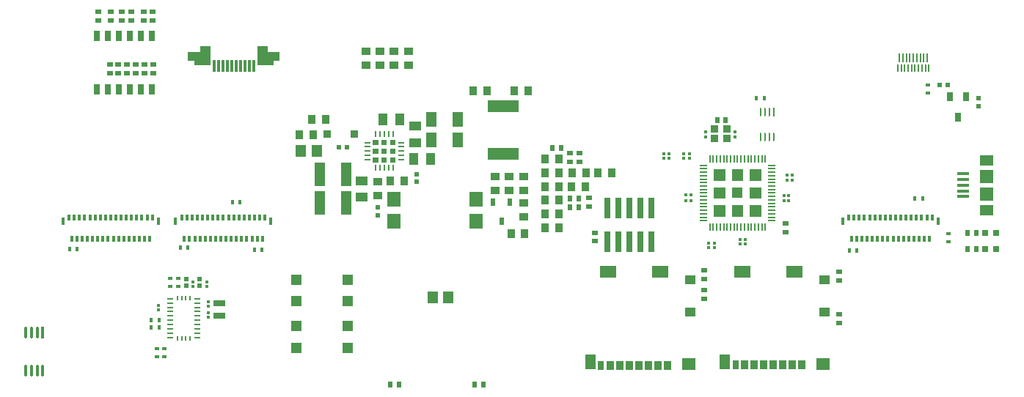
<source format=gtp>
G04*
G04 #@! TF.GenerationSoftware,Altium Limited,Altium Designer,22.10.1 (41)*
G04*
G04 Layer_Color=8421504*
%FSLAX44Y44*%
%MOMM*%
G71*
G04*
G04 #@! TF.SameCoordinates,928D53FB-E6BB-4B63-96BA-E5CEFA686ED6*
G04*
G04*
G04 #@! TF.FilePolarity,Positive*
G04*
G01*
G75*
%ADD18R,1.5093X0.1093*%
%ADD19R,2.6500X1.1000*%
%ADD20R,1.9500X1.6000*%
%ADD21R,1.2500X2.3000*%
%ADD22R,0.2425X1.0111*%
G04:AMPARAMS|DCode=23|XSize=1.0111mm|YSize=0.2425mm|CornerRadius=0.1212mm|HoleSize=0mm|Usage=FLASHONLY|Rotation=270.000|XOffset=0mm|YOffset=0mm|HoleType=Round|Shape=RoundedRectangle|*
%AMROUNDEDRECTD23*
21,1,1.0111,0.0000,0,0,270.0*
21,1,0.7686,0.2425,0,0,270.0*
1,1,0.2425,0.0000,-0.3843*
1,1,0.2425,0.0000,0.3843*
1,1,0.2425,0.0000,0.3843*
1,1,0.2425,0.0000,-0.3843*
%
%ADD23ROUNDEDRECTD23*%
G04:AMPARAMS|DCode=24|XSize=0.8mm|YSize=0.9mm|CornerRadius=0.08mm|HoleSize=0mm|Usage=FLASHONLY|Rotation=90.000|XOffset=0mm|YOffset=0mm|HoleType=Round|Shape=RoundedRectangle|*
%AMROUNDEDRECTD24*
21,1,0.8000,0.7400,0,0,90.0*
21,1,0.6400,0.9000,0,0,90.0*
1,1,0.1600,0.3700,0.3200*
1,1,0.1600,0.3700,-0.3200*
1,1,0.1600,-0.3700,-0.3200*
1,1,0.1600,-0.3700,0.3200*
%
%ADD24ROUNDEDRECTD24*%
G04:AMPARAMS|DCode=25|XSize=0.81mm|YSize=0.22mm|CornerRadius=0.0275mm|HoleSize=0mm|Usage=FLASHONLY|Rotation=270.000|XOffset=0mm|YOffset=0mm|HoleType=Round|Shape=RoundedRectangle|*
%AMROUNDEDRECTD25*
21,1,0.8100,0.1650,0,0,270.0*
21,1,0.7550,0.2200,0,0,270.0*
1,1,0.0550,-0.0825,-0.3775*
1,1,0.0550,-0.0825,0.3775*
1,1,0.0550,0.0825,0.3775*
1,1,0.0550,0.0825,-0.3775*
%
%ADD25ROUNDEDRECTD25*%
G04:AMPARAMS|DCode=26|XSize=0.81mm|YSize=0.22mm|CornerRadius=0.0275mm|HoleSize=0mm|Usage=FLASHONLY|Rotation=180.000|XOffset=0mm|YOffset=0mm|HoleType=Round|Shape=RoundedRectangle|*
%AMROUNDEDRECTD26*
21,1,0.8100,0.1650,0,0,180.0*
21,1,0.7550,0.2200,0,0,180.0*
1,1,0.0550,-0.3775,0.0825*
1,1,0.0550,0.3775,0.0825*
1,1,0.0550,0.3775,-0.0825*
1,1,0.0550,-0.3775,-0.0825*
%
%ADD26ROUNDEDRECTD26*%
%ADD27R,1.3000X1.3000*%
%ADD28R,1.4000X0.7500*%
%ADD29R,0.3500X1.4000*%
%ADD30O,0.3500X1.4000*%
%ADD31R,1.5500X1.3500*%
%ADD32R,1.1700X1.8000*%
%ADD33R,1.9000X1.3500*%
%ADD34R,1.2000X1.0000*%
%ADD35R,0.8500X1.1000*%
%ADD36R,0.8750X1.1000*%
%ADD37R,0.7500X1.1000*%
%ADD38R,0.6500X0.5500*%
%ADD39R,0.3200X0.3600*%
%ADD40R,1.0000X0.9000*%
%ADD41R,0.4500X0.5500*%
%ADD42R,1.0000X1.0000*%
%ADD43R,0.3050X1.4050*%
%ADD44R,0.4000X0.9500*%
%ADD45R,0.3000X0.6500*%
%ADD46R,0.5500X0.4500*%
%ADD47R,0.5200X0.5200*%
%ADD48R,0.2500X0.5750*%
%ADD49R,0.6750X0.2500*%
%ADD50R,0.9000X1.0000*%
%ADD51R,0.5500X0.6500*%
%ADD52R,0.6200X0.6200*%
%ADD53R,0.6200X0.6200*%
%ADD54R,1.1500X1.8000*%
G04:AMPARAMS|DCode=55|XSize=0.55mm|YSize=0.8mm|CornerRadius=0.0495mm|HoleSize=0mm|Usage=FLASHONLY|Rotation=0.000|XOffset=0mm|YOffset=0mm|HoleType=Round|Shape=RoundedRectangle|*
%AMROUNDEDRECTD55*
21,1,0.5500,0.7010,0,0,0.0*
21,1,0.4510,0.8000,0,0,0.0*
1,1,0.0990,0.2255,-0.3505*
1,1,0.0990,-0.2255,-0.3505*
1,1,0.0990,-0.2255,0.3505*
1,1,0.0990,0.2255,0.3505*
%
%ADD55ROUNDEDRECTD55*%
%ADD56R,0.2300X0.8500*%
%ADD57R,0.2300X1.0000*%
%ADD58R,0.8000X1.0000*%
%ADD59R,1.1500X1.4500*%
%ADD60R,1.5500X1.5000*%
%ADD61R,1.3500X0.4000*%
%ADD62R,0.7600X2.4000*%
%ADD63R,0.8000X0.8000*%
%ADD64R,1.2000X1.2000*%
%ADD65R,0.3600X0.3200*%
%ADD66R,0.7600X1.2500*%
%ADD67R,1.5200X1.7800*%
%ADD68R,0.2500X0.7000*%
%ADD69R,0.7000X0.2500*%
%ADD70R,0.9000X0.9500*%
%ADD71R,1.1500X2.7000*%
%ADD72R,1.0500X1.4000*%
%ADD73R,3.5600X1.4000*%
%ADD74R,1.4000X1.0500*%
%ADD75R,1.5500X1.2000*%
%ADD76R,1.5500X1.2000*%
G36*
X438852Y297788D02*
X432852D01*
Y303788D01*
X438852D01*
Y297788D01*
D02*
G37*
G36*
X428852D02*
X422852D01*
Y303788D01*
X428852D01*
Y297788D01*
D02*
G37*
G36*
X418852D02*
X412852D01*
Y303788D01*
X418852D01*
Y297788D01*
D02*
G37*
G36*
X438852Y287788D02*
X432852D01*
Y293788D01*
X438852D01*
Y287788D01*
D02*
G37*
G36*
X428852D02*
X422852D01*
Y293788D01*
X428852D01*
Y287788D01*
D02*
G37*
G36*
X418852D02*
X412852D01*
Y293788D01*
X418852D01*
Y287788D01*
D02*
G37*
G36*
X438852Y277788D02*
X432852D01*
Y283788D01*
X438852D01*
Y277788D01*
D02*
G37*
G36*
X428852D02*
X422852D01*
Y283788D01*
X428852D01*
Y277788D01*
D02*
G37*
G36*
X418852D02*
X412852D01*
Y283788D01*
X418852D01*
Y277788D01*
D02*
G37*
G36*
X860776Y256731D02*
X847776D01*
Y269731D01*
X860776D01*
Y256731D01*
D02*
G37*
G36*
X840076D02*
X827076D01*
Y269731D01*
X840076D01*
Y256731D01*
D02*
G37*
G36*
X819376D02*
X806376D01*
Y269731D01*
X819376D01*
Y256731D01*
D02*
G37*
G36*
X860776Y236031D02*
X847776D01*
Y249031D01*
X860776D01*
Y236031D01*
D02*
G37*
G36*
X819376D02*
X806376D01*
Y249031D01*
X819376D01*
Y236031D01*
D02*
G37*
G36*
X860776Y215331D02*
X847776D01*
Y228331D01*
X860776D01*
Y215331D01*
D02*
G37*
G36*
X840076D02*
X827076D01*
Y228331D01*
X840076D01*
Y215331D01*
D02*
G37*
G36*
X819376D02*
X806376D01*
Y228331D01*
X819376D01*
Y215331D01*
D02*
G37*
D18*
X867918Y321564D02*
D03*
D19*
X212137Y400458D02*
D03*
X292636Y400458D02*
D03*
D20*
X215637Y397958D02*
D03*
X289136Y397958D02*
D03*
D21*
X219137Y401458D02*
D03*
X285637D02*
D03*
D22*
X875418Y336069D02*
D03*
D23*
X870418D02*
D03*
X865418D02*
D03*
X860418D02*
D03*
Y307059D02*
D03*
X865418D02*
D03*
X870418D02*
D03*
X875418D02*
D03*
D24*
X807000Y316500D02*
D03*
X821000D02*
D03*
Y305500D02*
D03*
X807000D02*
D03*
D25*
X865626Y281981D02*
D03*
X861626D02*
D03*
X857626D02*
D03*
X853626D02*
D03*
X849626D02*
D03*
X845626D02*
D03*
X841626D02*
D03*
X837626D02*
D03*
X833626D02*
D03*
X829626D02*
D03*
X825626D02*
D03*
X821626D02*
D03*
X817626D02*
D03*
X813626D02*
D03*
X809626D02*
D03*
X805626D02*
D03*
X801626D02*
D03*
Y202981D02*
D03*
X805626D02*
D03*
X809626D02*
D03*
X813626D02*
D03*
X817626D02*
D03*
X821626D02*
D03*
X825626D02*
D03*
X829626D02*
D03*
X833626D02*
D03*
X837626D02*
D03*
X841626D02*
D03*
X845626D02*
D03*
X849626D02*
D03*
X853626D02*
D03*
X857626D02*
D03*
X861626D02*
D03*
X865626D02*
D03*
D26*
X873126Y210481D02*
D03*
Y214481D02*
D03*
Y218481D02*
D03*
Y222481D02*
D03*
Y226481D02*
D03*
Y230481D02*
D03*
Y234481D02*
D03*
Y238481D02*
D03*
Y242481D02*
D03*
Y246481D02*
D03*
Y250481D02*
D03*
Y254481D02*
D03*
Y258481D02*
D03*
Y262481D02*
D03*
Y266481D02*
D03*
Y270481D02*
D03*
Y274481D02*
D03*
X794126D02*
D03*
Y270481D02*
D03*
Y266481D02*
D03*
Y262481D02*
D03*
Y258481D02*
D03*
Y254481D02*
D03*
Y250481D02*
D03*
Y246481D02*
D03*
Y242481D02*
D03*
Y238481D02*
D03*
Y234481D02*
D03*
Y230481D02*
D03*
Y226481D02*
D03*
Y222481D02*
D03*
Y218481D02*
D03*
Y214481D02*
D03*
Y210481D02*
D03*
D27*
X833626Y242481D02*
D03*
D28*
X235750Y115050D02*
D03*
Y100450D02*
D03*
D29*
X31750Y81500D02*
D03*
D30*
X25250D02*
D03*
X18750D02*
D03*
X12250D02*
D03*
X25250Y37500D02*
D03*
X31750D02*
D03*
X18750D02*
D03*
X12250D02*
D03*
D31*
X932475Y44725D02*
D03*
X777194Y44722D02*
D03*
D32*
X819275Y46975D02*
D03*
X663994Y46972D02*
D03*
D33*
X899225Y151725D02*
D03*
X839525D02*
D03*
X684244Y151722D02*
D03*
X743944D02*
D03*
D34*
X934225Y141975D02*
D03*
Y104975D02*
D03*
X778944Y141972D02*
D03*
Y104972D02*
D03*
D35*
X907875Y43475D02*
D03*
X885875D02*
D03*
X874875D02*
D03*
X863875D02*
D03*
X852875D02*
D03*
X841875D02*
D03*
X719594Y43472D02*
D03*
X697594D02*
D03*
X752594D02*
D03*
X730594D02*
D03*
X708594D02*
D03*
X686594D02*
D03*
D36*
X896875Y43475D02*
D03*
X741594Y43472D02*
D03*
D37*
X831375Y43475D02*
D03*
X676094Y43472D02*
D03*
D38*
X950750Y92500D02*
D03*
Y102500D02*
D03*
X951000Y141500D02*
D03*
Y151500D02*
D03*
X662313Y226820D02*
D03*
X95962Y452000D02*
D03*
X110000D02*
D03*
X123000D02*
D03*
X134000D02*
D03*
X148000D02*
D03*
X158700D02*
D03*
X119000Y391000D02*
D03*
X139000D02*
D03*
X149000D02*
D03*
X109000D02*
D03*
X129000D02*
D03*
X159000D02*
D03*
X889200Y197100D02*
D03*
X795250Y153250D02*
D03*
X651256Y278718D02*
D03*
X640334D02*
D03*
X668838Y196633D02*
D03*
X159000Y381000D02*
D03*
X129000D02*
D03*
X109000D02*
D03*
X149000D02*
D03*
X139000D02*
D03*
X119000D02*
D03*
X889200Y207100D02*
D03*
X668838Y186633D02*
D03*
X640334Y288718D02*
D03*
X651256D02*
D03*
X158700Y442000D02*
D03*
X148000D02*
D03*
X134000D02*
D03*
X123000D02*
D03*
X110000D02*
D03*
X95962D02*
D03*
X662313Y236820D02*
D03*
X795250Y143250D02*
D03*
Y130250D02*
D03*
Y120250D02*
D03*
D39*
X222600Y111218D02*
D03*
Y116818D02*
D03*
Y104360D02*
D03*
Y98760D02*
D03*
X165000Y107200D02*
D03*
Y112800D02*
D03*
X205000Y134200D02*
D03*
Y139800D02*
D03*
X221000Y134200D02*
D03*
Y139800D02*
D03*
X748300Y282500D02*
D03*
Y288100D02*
D03*
X754900Y282500D02*
D03*
Y288100D02*
D03*
X797000Y312800D02*
D03*
X831000Y307200D02*
D03*
Y312800D02*
D03*
X797000Y307200D02*
D03*
X842772Y188976D02*
D03*
Y183376D02*
D03*
X836422Y188976D02*
D03*
Y183376D02*
D03*
X771400Y282500D02*
D03*
Y288100D02*
D03*
X777900Y282500D02*
D03*
Y288100D02*
D03*
X891032Y263150D02*
D03*
Y257550D02*
D03*
X897102Y263150D02*
D03*
Y257550D02*
D03*
X806704Y184664D02*
D03*
Y179064D02*
D03*
X800215Y184662D02*
D03*
Y179062D02*
D03*
D40*
X405000Y390000D02*
D03*
Y406000D02*
D03*
X421000Y406000D02*
D03*
Y390000D02*
D03*
X586590Y215028D02*
D03*
X570144Y261762D02*
D03*
Y245762D02*
D03*
X437000Y390000D02*
D03*
Y406000D02*
D03*
X454000Y390000D02*
D03*
Y406000D02*
D03*
X418450Y255550D02*
D03*
Y239550D02*
D03*
X554142Y261762D02*
D03*
Y245762D02*
D03*
X586654Y261762D02*
D03*
Y245762D02*
D03*
X586590Y231028D02*
D03*
D41*
X71500Y178000D02*
D03*
X62500D02*
D03*
X156700Y86900D02*
D03*
X165700D02*
D03*
X156700Y95700D02*
D03*
X165700D02*
D03*
X962500Y176000D02*
D03*
X971500D02*
D03*
X199500Y179000D02*
D03*
X190500D02*
D03*
X1038500Y236000D02*
D03*
X1047500D02*
D03*
X284800Y176600D02*
D03*
X275800D02*
D03*
X250500Y232000D02*
D03*
X259500D02*
D03*
X855293Y352228D02*
D03*
X864293D02*
D03*
D42*
X215227Y398848D02*
D03*
X289377Y398768D02*
D03*
D43*
X229887Y388958D02*
D03*
X234887D02*
D03*
X239887D02*
D03*
X244887D02*
D03*
X249887D02*
D03*
X254887D02*
D03*
X259887D02*
D03*
X264887D02*
D03*
X269887D02*
D03*
X274887D02*
D03*
D03*
D44*
X295122Y210158D02*
D03*
X185122D02*
D03*
X55122D02*
D03*
X165122D02*
D03*
X955122D02*
D03*
X1065122D02*
D03*
D45*
X195197Y189158D02*
D03*
X201197D02*
D03*
X207197D02*
D03*
X213197D02*
D03*
X219197D02*
D03*
X225197D02*
D03*
X231197D02*
D03*
X237197D02*
D03*
X243197D02*
D03*
X249197D02*
D03*
X255197D02*
D03*
X261197D02*
D03*
X267197D02*
D03*
X273197D02*
D03*
X279197D02*
D03*
X192122Y213657D02*
D03*
X198122D02*
D03*
X204122D02*
D03*
X210122D02*
D03*
X216122D02*
D03*
X222122D02*
D03*
X228122D02*
D03*
X234122D02*
D03*
X240122D02*
D03*
X246122D02*
D03*
X252122D02*
D03*
X258122D02*
D03*
X264122D02*
D03*
X270122D02*
D03*
X276122D02*
D03*
X282122D02*
D03*
X285197Y189158D02*
D03*
X288122Y213657D02*
D03*
X158122D02*
D03*
X155197Y189158D02*
D03*
X152122Y213657D02*
D03*
X146122D02*
D03*
X140122D02*
D03*
X134122D02*
D03*
X128122D02*
D03*
X122122D02*
D03*
X116122D02*
D03*
X110122D02*
D03*
X104122D02*
D03*
X98122D02*
D03*
X92122D02*
D03*
X86122D02*
D03*
X80122D02*
D03*
X74122D02*
D03*
X68122D02*
D03*
X62122D02*
D03*
X149197Y189158D02*
D03*
X143197D02*
D03*
X137197D02*
D03*
X131197D02*
D03*
X125197D02*
D03*
X119197D02*
D03*
X113197D02*
D03*
X107197D02*
D03*
X101197D02*
D03*
X95197D02*
D03*
X89197D02*
D03*
X83197D02*
D03*
X77197D02*
D03*
X71197D02*
D03*
X65197D02*
D03*
X1058122Y213657D02*
D03*
X1055197Y189158D02*
D03*
X1052122Y213657D02*
D03*
X1046122D02*
D03*
X1040122D02*
D03*
X1034122D02*
D03*
X1028122D02*
D03*
X1022122D02*
D03*
X1016122D02*
D03*
X1010122D02*
D03*
X1004122D02*
D03*
X998122D02*
D03*
X992122D02*
D03*
X986122D02*
D03*
X980122D02*
D03*
X974122D02*
D03*
X968122D02*
D03*
X962122D02*
D03*
X1049197Y189158D02*
D03*
X1043197D02*
D03*
X1037197D02*
D03*
X1031197D02*
D03*
X1025197D02*
D03*
X1019197D02*
D03*
X1013197D02*
D03*
X1007197D02*
D03*
X1001197D02*
D03*
X995197D02*
D03*
X989197D02*
D03*
X983197D02*
D03*
X977197D02*
D03*
X971197D02*
D03*
X965197D02*
D03*
D46*
X172250Y62250D02*
D03*
Y53250D02*
D03*
X163250Y62250D02*
D03*
Y53250D02*
D03*
X179000Y143500D02*
D03*
Y134500D02*
D03*
X187989Y143500D02*
D03*
Y134500D02*
D03*
X1076750Y186250D02*
D03*
Y195250D02*
D03*
X1053750Y367000D02*
D03*
Y358000D02*
D03*
D47*
X197000Y143000D02*
D03*
Y135000D02*
D03*
X213000Y143000D02*
D03*
Y135000D02*
D03*
D48*
X186951Y120906D02*
D03*
X191951D02*
D03*
X196951D02*
D03*
X201951D02*
D03*
Y74656D02*
D03*
X196951D02*
D03*
X191951D02*
D03*
X186951D02*
D03*
D49*
X178826Y75281D02*
D03*
Y80281D02*
D03*
Y85281D02*
D03*
Y90281D02*
D03*
Y95281D02*
D03*
Y100281D02*
D03*
Y105281D02*
D03*
Y110281D02*
D03*
Y115281D02*
D03*
Y120281D02*
D03*
X210076Y115281D02*
D03*
Y110281D02*
D03*
Y105281D02*
D03*
Y100281D02*
D03*
Y95281D02*
D03*
Y90281D02*
D03*
Y85281D02*
D03*
Y80281D02*
D03*
Y75281D02*
D03*
Y120281D02*
D03*
D50*
X611452Y218440D02*
D03*
Y234188D02*
D03*
Y249936D02*
D03*
Y202438D02*
D03*
Y265938D02*
D03*
Y281686D02*
D03*
X657600Y249400D02*
D03*
X528128Y360464D02*
D03*
X658600Y265850D02*
D03*
X672250Y265800D02*
D03*
X627452Y218440D02*
D03*
Y234188D02*
D03*
Y249936D02*
D03*
Y202438D02*
D03*
Y265938D02*
D03*
Y281686D02*
D03*
X641600Y249400D02*
D03*
X592000Y360550D02*
D03*
X642600Y265850D02*
D03*
X688250Y265800D02*
D03*
X576000Y360550D02*
D03*
X342520Y327406D02*
D03*
X358520D02*
D03*
X588136Y195834D02*
D03*
X572136D02*
D03*
X544128Y360464D02*
D03*
X344104Y309410D02*
D03*
X328104D02*
D03*
X448878Y256324D02*
D03*
X432878D02*
D03*
D51*
X640504Y236375D02*
D03*
X619952Y294894D02*
D03*
X640504Y225779D02*
D03*
X1109026Y177769D02*
D03*
X1099026D02*
D03*
X1109026Y196049D02*
D03*
X1099026D02*
D03*
X650504Y225779D02*
D03*
X650504Y236375D02*
D03*
X820086Y326898D02*
D03*
X810086D02*
D03*
X540432Y21336D02*
D03*
X530432D02*
D03*
X442642Y20828D02*
D03*
X432642D02*
D03*
X629952Y294894D02*
D03*
D52*
X1111946Y351756D02*
D03*
Y342756D02*
D03*
X418200Y225850D02*
D03*
Y216850D02*
D03*
X462892Y264358D02*
D03*
Y255358D02*
D03*
D53*
X1076000Y367500D02*
D03*
X382888Y295402D02*
D03*
X373888D02*
D03*
X1067000Y367500D02*
D03*
D54*
X510474Y327952D02*
D03*
X480474Y304076D02*
D03*
X510474D02*
D03*
X480474Y327952D02*
D03*
D55*
X561190Y209996D02*
D03*
X570690Y231996D02*
D03*
X551690D02*
D03*
D56*
X1030509Y386742D02*
D03*
X1042509D02*
D03*
X1054509D02*
D03*
X1050509D02*
D03*
X1046509D02*
D03*
X1038509D02*
D03*
X1034509D02*
D03*
X1026509D02*
D03*
X1022509D02*
D03*
X1018509D02*
D03*
D57*
X1024509Y398992D02*
D03*
X1036509D02*
D03*
X1048509D02*
D03*
X1052509D02*
D03*
X1044509D02*
D03*
X1040509D02*
D03*
X1032509D02*
D03*
X1028509D02*
D03*
X1020509D02*
D03*
D58*
X1097570Y354176D02*
D03*
X1088070Y330176D02*
D03*
X1078570Y354176D02*
D03*
D59*
X481579Y121905D02*
D03*
X347770Y291122D02*
D03*
X329770D02*
D03*
X499579Y121905D02*
D03*
D60*
X1120981Y261471D02*
D03*
Y241471D02*
D03*
D61*
X1093981Y264471D02*
D03*
Y238471D02*
D03*
Y244971D02*
D03*
Y251471D02*
D03*
Y257971D02*
D03*
D62*
X708752Y224923D02*
D03*
X734152Y185923D02*
D03*
X683352D02*
D03*
X696052D02*
D03*
X708752D02*
D03*
X721452D02*
D03*
X683352Y224923D02*
D03*
X696052D02*
D03*
X721452D02*
D03*
X734152D02*
D03*
D63*
X1132111Y195935D02*
D03*
Y177727D02*
D03*
X1119611D02*
D03*
Y195935D02*
D03*
D64*
X324750Y63500D02*
D03*
Y88500D02*
D03*
X383750Y63500D02*
D03*
Y88500D02*
D03*
X324764Y117500D02*
D03*
Y142500D02*
D03*
X383764Y117500D02*
D03*
Y142500D02*
D03*
D65*
X779780Y233426D02*
D03*
X774180D02*
D03*
X779786Y240030D02*
D03*
X774186D02*
D03*
X892810Y239776D02*
D03*
X887210D02*
D03*
X892808Y233172D02*
D03*
X887208D02*
D03*
D66*
X94250Y362250D02*
D03*
X106950D02*
D03*
X119650D02*
D03*
X132350D02*
D03*
X145050D02*
D03*
X157750D02*
D03*
X94250Y423750D02*
D03*
X106950D02*
D03*
X119650D02*
D03*
X132350D02*
D03*
X145050D02*
D03*
X157750D02*
D03*
D67*
X436984Y234966D02*
D03*
Y209566D02*
D03*
X532184Y234966D02*
D03*
Y209566D02*
D03*
D68*
X415852Y271288D02*
D03*
X420852D02*
D03*
X425852D02*
D03*
X430852D02*
D03*
X435852D02*
D03*
Y310288D02*
D03*
X430852D02*
D03*
X425852D02*
D03*
X420852D02*
D03*
X415852D02*
D03*
D69*
X445352Y280788D02*
D03*
Y285788D02*
D03*
Y290788D02*
D03*
Y295788D02*
D03*
Y300788D02*
D03*
X406352D02*
D03*
Y295788D02*
D03*
Y290788D02*
D03*
Y285788D02*
D03*
Y280788D02*
D03*
D70*
X360172Y310642D02*
D03*
X391672Y310642D02*
D03*
D71*
X351710Y263944D02*
D03*
X381710D02*
D03*
X351710Y231432D02*
D03*
X381710D02*
D03*
D72*
X443632Y327168D02*
D03*
X424632D02*
D03*
X478996Y282210D02*
D03*
X459996D02*
D03*
D73*
X563052Y342552D02*
D03*
Y287952D02*
D03*
D74*
X461876Y300752D02*
D03*
Y319752D02*
D03*
X400154Y237404D02*
D03*
Y256404D02*
D03*
D75*
X1120980Y280471D02*
D03*
D76*
Y222472D02*
D03*
M02*

</source>
